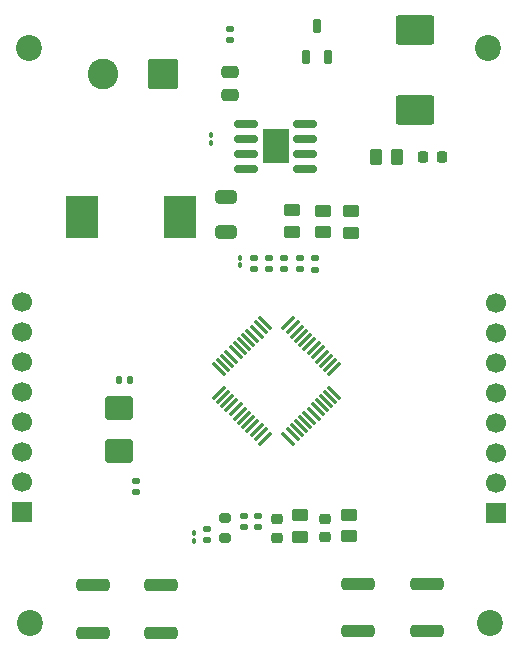
<source format=gbr>
G04 #@! TF.GenerationSoftware,KiCad,Pcbnew,9.0.5*
G04 #@! TF.CreationDate,2025-12-11T22:36:07+05:30*
G04 #@! TF.ProjectId,GPS_with_STM32,4750535f-7769-4746-985f-53544d33322e,rev?*
G04 #@! TF.SameCoordinates,Original*
G04 #@! TF.FileFunction,Soldermask,Top*
G04 #@! TF.FilePolarity,Negative*
%FSLAX46Y46*%
G04 Gerber Fmt 4.6, Leading zero omitted, Abs format (unit mm)*
G04 Created by KiCad (PCBNEW 9.0.5) date 2025-12-11 22:36:07*
%MOMM*%
%LPD*%
G01*
G04 APERTURE LIST*
G04 Aperture macros list*
%AMRoundRect*
0 Rectangle with rounded corners*
0 $1 Rounding radius*
0 $2 $3 $4 $5 $6 $7 $8 $9 X,Y pos of 4 corners*
0 Add a 4 corners polygon primitive as box body*
4,1,4,$2,$3,$4,$5,$6,$7,$8,$9,$2,$3,0*
0 Add four circle primitives for the rounded corners*
1,1,$1+$1,$2,$3*
1,1,$1+$1,$4,$5*
1,1,$1+$1,$6,$7*
1,1,$1+$1,$8,$9*
0 Add four rect primitives between the rounded corners*
20,1,$1+$1,$2,$3,$4,$5,0*
20,1,$1+$1,$4,$5,$6,$7,0*
20,1,$1+$1,$6,$7,$8,$9,0*
20,1,$1+$1,$8,$9,$2,$3,0*%
G04 Aperture macros list end*
%ADD10RoundRect,0.140000X0.170000X-0.140000X0.170000X0.140000X-0.170000X0.140000X-0.170000X-0.140000X0*%
%ADD11RoundRect,0.140000X-0.170000X0.140000X-0.170000X-0.140000X0.170000X-0.140000X0.170000X0.140000X0*%
%ADD12RoundRect,0.250000X0.450000X-0.262500X0.450000X0.262500X-0.450000X0.262500X-0.450000X-0.262500X0*%
%ADD13RoundRect,0.100000X-0.100000X0.130000X-0.100000X-0.130000X0.100000X-0.130000X0.100000X0.130000X0*%
%ADD14RoundRect,0.250000X-1.150000X-0.250000X1.150000X-0.250000X1.150000X0.250000X-1.150000X0.250000X0*%
%ADD15R,1.700000X1.700000*%
%ADD16C,1.700000*%
%ADD17RoundRect,0.250000X-0.650000X0.325000X-0.650000X-0.325000X0.650000X-0.325000X0.650000X0.325000X0*%
%ADD18RoundRect,0.250000X0.262500X0.450000X-0.262500X0.450000X-0.262500X-0.450000X0.262500X-0.450000X0*%
%ADD19RoundRect,0.150000X-0.825000X-0.150000X0.825000X-0.150000X0.825000X0.150000X-0.825000X0.150000X0*%
%ADD20R,2.290000X3.000000*%
%ADD21RoundRect,0.250000X-0.950000X0.750000X-0.950000X-0.750000X0.950000X-0.750000X0.950000X0.750000X0*%
%ADD22RoundRect,0.162500X0.162500X-0.447500X0.162500X0.447500X-0.162500X0.447500X-0.162500X-0.447500X0*%
%ADD23RoundRect,0.200000X0.275000X-0.200000X0.275000X0.200000X-0.275000X0.200000X-0.275000X-0.200000X0*%
%ADD24RoundRect,0.147500X-0.172500X0.147500X-0.172500X-0.147500X0.172500X-0.147500X0.172500X0.147500X0*%
%ADD25RoundRect,0.218750X-0.256250X0.218750X-0.256250X-0.218750X0.256250X-0.218750X0.256250X0.218750X0*%
%ADD26R,2.700000X3.600000*%
%ADD27RoundRect,0.250000X1.050000X1.050000X-1.050000X1.050000X-1.050000X-1.050000X1.050000X-1.050000X0*%
%ADD28C,2.600000*%
%ADD29RoundRect,0.135000X-0.185000X0.135000X-0.185000X-0.135000X0.185000X-0.135000X0.185000X0.135000X0*%
%ADD30RoundRect,0.075000X-0.521491X0.415425X0.415425X-0.521491X0.521491X-0.415425X-0.415425X0.521491X0*%
%ADD31RoundRect,0.075000X-0.521491X-0.415425X-0.415425X-0.521491X0.521491X0.415425X0.415425X0.521491X0*%
%ADD32RoundRect,0.250000X-0.450000X0.262500X-0.450000X-0.262500X0.450000X-0.262500X0.450000X0.262500X0*%
%ADD33RoundRect,0.100000X0.100000X-0.130000X0.100000X0.130000X-0.100000X0.130000X-0.100000X-0.130000X0*%
%ADD34RoundRect,0.250000X-0.475000X0.250000X-0.475000X-0.250000X0.475000X-0.250000X0.475000X0.250000X0*%
%ADD35RoundRect,0.218750X0.218750X0.256250X-0.218750X0.256250X-0.218750X-0.256250X0.218750X-0.256250X0*%
%ADD36C,2.200000*%
%ADD37RoundRect,0.250000X-1.400000X-1.000000X1.400000X-1.000000X1.400000X1.000000X-1.400000X1.000000X0*%
%ADD38RoundRect,0.140000X-0.140000X-0.170000X0.140000X-0.170000X0.140000X0.170000X-0.140000X0.170000X0*%
G04 APERTURE END LIST*
D10*
X78740812Y-57301217D03*
X78740812Y-56341217D03*
X77456244Y-57301217D03*
X77456244Y-56341217D03*
D11*
X66189673Y-75234968D03*
X66189673Y-76194968D03*
D12*
X84221766Y-79911938D03*
X84221766Y-78086938D03*
D13*
X71049107Y-79663757D03*
X71049107Y-80303757D03*
D14*
X62525000Y-84050000D03*
X68325000Y-84050000D03*
X62525000Y-88050000D03*
X68325000Y-88050000D03*
D15*
X96656505Y-77903590D03*
D16*
X96656505Y-75363590D03*
X96656505Y-72823590D03*
X96656505Y-70283590D03*
X96656505Y-67743590D03*
X96656505Y-65203590D03*
X96656505Y-62663590D03*
X96656505Y-60123590D03*
D17*
X73836204Y-51157017D03*
X73836204Y-54107017D03*
D10*
X80047153Y-57279444D03*
X80047153Y-56319444D03*
X76171675Y-57301217D03*
X76171675Y-56341217D03*
D18*
X88308268Y-47830082D03*
X86483268Y-47830082D03*
D19*
X75520032Y-44970104D03*
X75520032Y-46240104D03*
X75520032Y-47510104D03*
X75520032Y-48780104D03*
X80470032Y-48780104D03*
X80470032Y-47510104D03*
X80470032Y-46240104D03*
X80470032Y-44970104D03*
D20*
X77995032Y-46875104D03*
D21*
X64738380Y-69021478D03*
X64738380Y-72721478D03*
D22*
X80557146Y-39336031D03*
X82457146Y-39336031D03*
X81507146Y-36716031D03*
D23*
X73730948Y-80041542D03*
X73730948Y-78391542D03*
D24*
X74148683Y-36934789D03*
X74148683Y-37904789D03*
D25*
X82165633Y-78415935D03*
X82165633Y-79990935D03*
D26*
X61599646Y-52851031D03*
X69899646Y-52851031D03*
D27*
X68469646Y-40753531D03*
D28*
X63389646Y-40753531D03*
D29*
X81330448Y-56307282D03*
X81330448Y-57327282D03*
D12*
X84410042Y-54184503D03*
X84410042Y-52359503D03*
D30*
X77087421Y-61859175D03*
X76733867Y-62212729D03*
X76380314Y-62566282D03*
X76026760Y-62919836D03*
X75673207Y-63273389D03*
X75319654Y-63626942D03*
X74966100Y-63980496D03*
X74612547Y-64334049D03*
X74258994Y-64687602D03*
X73905440Y-65041156D03*
X73551887Y-65394709D03*
X73198333Y-65748263D03*
D31*
X73198333Y-67745839D03*
X73551887Y-68099393D03*
X73905440Y-68452946D03*
X74258994Y-68806500D03*
X74612547Y-69160053D03*
X74966100Y-69513606D03*
X75319654Y-69867160D03*
X75673207Y-70220713D03*
X76026760Y-70574266D03*
X76380314Y-70927820D03*
X76733867Y-71281373D03*
X77087421Y-71634927D03*
D30*
X79084997Y-71634927D03*
X79438551Y-71281373D03*
X79792104Y-70927820D03*
X80145658Y-70574266D03*
X80499211Y-70220713D03*
X80852764Y-69867160D03*
X81206318Y-69513606D03*
X81559871Y-69160053D03*
X81913424Y-68806500D03*
X82266978Y-68452946D03*
X82620531Y-68099393D03*
X82974085Y-67745839D03*
D31*
X82974085Y-65748263D03*
X82620531Y-65394709D03*
X82266978Y-65041156D03*
X81913424Y-64687602D03*
X81559871Y-64334049D03*
X81206318Y-63980496D03*
X80852764Y-63626942D03*
X80499211Y-63273389D03*
X80145658Y-62919836D03*
X79792104Y-62566282D03*
X79438551Y-62212729D03*
X79084997Y-61859175D03*
D32*
X79390546Y-52315907D03*
X79390546Y-54140907D03*
D11*
X76538810Y-78157876D03*
X76538810Y-79117876D03*
D33*
X74996835Y-56966991D03*
X74996835Y-56326991D03*
D11*
X72213242Y-79287006D03*
X72213242Y-80247006D03*
D34*
X74124646Y-40626031D03*
X74124646Y-42526031D03*
D35*
X92069553Y-47830082D03*
X90494553Y-47830082D03*
D12*
X82019994Y-54172604D03*
X82019994Y-52347604D03*
D14*
X84975601Y-83901187D03*
X90775601Y-83901187D03*
X84975601Y-87901187D03*
X90775601Y-87901187D03*
D12*
X80100543Y-79923679D03*
X80100543Y-78098679D03*
D11*
X75277766Y-78159795D03*
X75277766Y-79119795D03*
D36*
X57151853Y-38555947D03*
D13*
X72521258Y-45928959D03*
X72521258Y-46568959D03*
D37*
X89774646Y-37026031D03*
X89774646Y-43826031D03*
D36*
X95977359Y-38523319D03*
X57217677Y-87246116D03*
D15*
X56556455Y-77833363D03*
D16*
X56556455Y-75293363D03*
X56556455Y-72753363D03*
X56556455Y-70213363D03*
X56556455Y-67673363D03*
X56556455Y-65133363D03*
X56556455Y-62593363D03*
X56556455Y-60053363D03*
D36*
X96128598Y-87254970D03*
D38*
X64732112Y-66681125D03*
X65692112Y-66681125D03*
D25*
X78095243Y-78433294D03*
X78095243Y-80008294D03*
M02*

</source>
